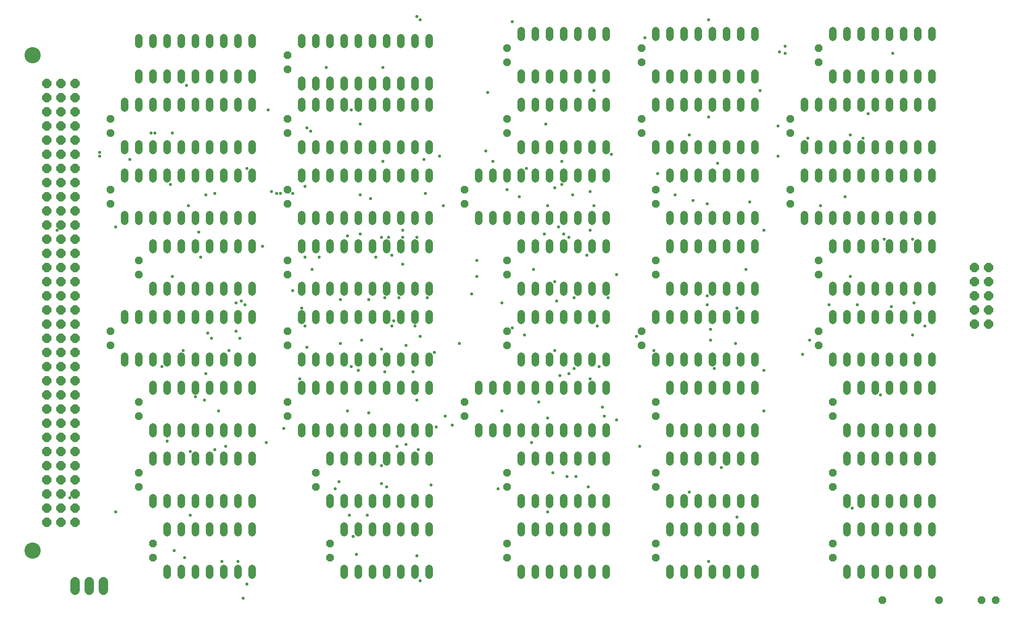
<source format=gbr>
G04 EAGLE Gerber RS-274X export*
G75*
%MOMM*%
%FSLAX34Y34*%
%LPD*%
%INSoldermask Top*%
%IPPOS*%
%AMOC8*
5,1,8,0,0,1.08239X$1,22.5*%
G01*
%ADD10C,1.346200*%
%ADD11P,1.457113X8X112.500000*%
%ADD12P,1.787026X8X292.500000*%
%ADD13P,1.787026X8X202.500000*%
%ADD14C,2.921000*%
%ADD15P,1.457113X8X202.500000*%
%ADD16P,1.457113X8X22.500000*%
%ADD17C,1.651000*%
%ADD18C,0.584200*%


D10*
X1168400Y717804D02*
X1168400Y729996D01*
X1193800Y729996D02*
X1193800Y717804D01*
X1320800Y717804D02*
X1320800Y729996D01*
X1320800Y794004D02*
X1320800Y806196D01*
X1219200Y729996D02*
X1219200Y717804D01*
X1244600Y717804D02*
X1244600Y729996D01*
X1295400Y729996D02*
X1295400Y717804D01*
X1270000Y717804D02*
X1270000Y729996D01*
X1295400Y794004D02*
X1295400Y806196D01*
X1270000Y806196D02*
X1270000Y794004D01*
X1244600Y794004D02*
X1244600Y806196D01*
X1219200Y806196D02*
X1219200Y794004D01*
X1193800Y794004D02*
X1193800Y806196D01*
X1168400Y806196D02*
X1168400Y794004D01*
X1168400Y602996D02*
X1168400Y590804D01*
X1193800Y590804D02*
X1193800Y602996D01*
X1320800Y602996D02*
X1320800Y590804D01*
X1320800Y667004D02*
X1320800Y679196D01*
X1219200Y602996D02*
X1219200Y590804D01*
X1244600Y590804D02*
X1244600Y602996D01*
X1295400Y602996D02*
X1295400Y590804D01*
X1270000Y590804D02*
X1270000Y602996D01*
X1295400Y667004D02*
X1295400Y679196D01*
X1270000Y679196D02*
X1270000Y667004D01*
X1244600Y667004D02*
X1244600Y679196D01*
X1219200Y679196D02*
X1219200Y667004D01*
X1193800Y667004D02*
X1193800Y679196D01*
X1168400Y679196D02*
X1168400Y667004D01*
X1409700Y717804D02*
X1409700Y729996D01*
X1435100Y729996D02*
X1435100Y717804D01*
X1562100Y717804D02*
X1562100Y729996D01*
X1587500Y729996D02*
X1587500Y717804D01*
X1460500Y717804D02*
X1460500Y729996D01*
X1485900Y729996D02*
X1485900Y717804D01*
X1536700Y717804D02*
X1536700Y729996D01*
X1511300Y729996D02*
X1511300Y717804D01*
X1612900Y717804D02*
X1612900Y729996D01*
X1638300Y729996D02*
X1638300Y717804D01*
X1638300Y794004D02*
X1638300Y806196D01*
X1612900Y806196D02*
X1612900Y794004D01*
X1587500Y794004D02*
X1587500Y806196D01*
X1562100Y806196D02*
X1562100Y794004D01*
X1536700Y794004D02*
X1536700Y806196D01*
X1511300Y806196D02*
X1511300Y794004D01*
X1485900Y794004D02*
X1485900Y806196D01*
X1460500Y806196D02*
X1460500Y794004D01*
X1435100Y794004D02*
X1435100Y806196D01*
X1409700Y806196D02*
X1409700Y794004D01*
X241300Y602996D02*
X241300Y590804D01*
X266700Y590804D02*
X266700Y602996D01*
X393700Y602996D02*
X393700Y590804D01*
X419100Y590804D02*
X419100Y602996D01*
X292100Y602996D02*
X292100Y590804D01*
X317500Y590804D02*
X317500Y602996D01*
X368300Y602996D02*
X368300Y590804D01*
X342900Y590804D02*
X342900Y602996D01*
X419100Y667004D02*
X419100Y679196D01*
X393700Y679196D02*
X393700Y667004D01*
X368300Y667004D02*
X368300Y679196D01*
X342900Y679196D02*
X342900Y667004D01*
X317500Y667004D02*
X317500Y679196D01*
X292100Y679196D02*
X292100Y667004D01*
X266700Y667004D02*
X266700Y679196D01*
X241300Y679196D02*
X241300Y667004D01*
X266700Y94996D02*
X266700Y82804D01*
X292100Y82804D02*
X292100Y94996D01*
X419100Y94996D02*
X419100Y82804D01*
X419100Y159004D02*
X419100Y171196D01*
X317500Y94996D02*
X317500Y82804D01*
X342900Y82804D02*
X342900Y94996D01*
X393700Y94996D02*
X393700Y82804D01*
X368300Y82804D02*
X368300Y94996D01*
X393700Y159004D02*
X393700Y171196D01*
X368300Y171196D02*
X368300Y159004D01*
X342900Y159004D02*
X342900Y171196D01*
X317500Y171196D02*
X317500Y159004D01*
X292100Y159004D02*
X292100Y171196D01*
X266700Y171196D02*
X266700Y159004D01*
X190500Y463804D02*
X190500Y475996D01*
X215900Y475996D02*
X215900Y463804D01*
X342900Y463804D02*
X342900Y475996D01*
X368300Y475996D02*
X368300Y463804D01*
X241300Y463804D02*
X241300Y475996D01*
X266700Y475996D02*
X266700Y463804D01*
X317500Y463804D02*
X317500Y475996D01*
X292100Y475996D02*
X292100Y463804D01*
X393700Y463804D02*
X393700Y475996D01*
X419100Y475996D02*
X419100Y463804D01*
X419100Y540004D02*
X419100Y552196D01*
X393700Y552196D02*
X393700Y540004D01*
X368300Y540004D02*
X368300Y552196D01*
X342900Y552196D02*
X342900Y540004D01*
X317500Y540004D02*
X317500Y552196D01*
X292100Y552196D02*
X292100Y540004D01*
X266700Y540004D02*
X266700Y552196D01*
X241300Y552196D02*
X241300Y540004D01*
X215900Y540004D02*
X215900Y552196D01*
X190500Y552196D02*
X190500Y540004D01*
X508000Y475996D02*
X508000Y463804D01*
X533400Y463804D02*
X533400Y475996D01*
X660400Y475996D02*
X660400Y463804D01*
X685800Y463804D02*
X685800Y475996D01*
X558800Y475996D02*
X558800Y463804D01*
X584200Y463804D02*
X584200Y475996D01*
X635000Y475996D02*
X635000Y463804D01*
X609600Y463804D02*
X609600Y475996D01*
X711200Y475996D02*
X711200Y463804D01*
X736600Y463804D02*
X736600Y475996D01*
X736600Y540004D02*
X736600Y552196D01*
X711200Y552196D02*
X711200Y540004D01*
X685800Y540004D02*
X685800Y552196D01*
X660400Y552196D02*
X660400Y540004D01*
X635000Y540004D02*
X635000Y552196D01*
X609600Y552196D02*
X609600Y540004D01*
X584200Y540004D02*
X584200Y552196D01*
X558800Y552196D02*
X558800Y540004D01*
X533400Y540004D02*
X533400Y552196D01*
X508000Y552196D02*
X508000Y540004D01*
X508000Y844804D02*
X508000Y856996D01*
X533400Y856996D02*
X533400Y844804D01*
X660400Y844804D02*
X660400Y856996D01*
X685800Y856996D02*
X685800Y844804D01*
X558800Y844804D02*
X558800Y856996D01*
X584200Y856996D02*
X584200Y844804D01*
X635000Y844804D02*
X635000Y856996D01*
X609600Y856996D02*
X609600Y844804D01*
X711200Y844804D02*
X711200Y856996D01*
X736600Y856996D02*
X736600Y844804D01*
X736600Y921004D02*
X736600Y933196D01*
X711200Y933196D02*
X711200Y921004D01*
X685800Y921004D02*
X685800Y933196D01*
X660400Y933196D02*
X660400Y921004D01*
X635000Y921004D02*
X635000Y933196D01*
X609600Y933196D02*
X609600Y921004D01*
X584200Y921004D02*
X584200Y933196D01*
X558800Y933196D02*
X558800Y921004D01*
X533400Y921004D02*
X533400Y933196D01*
X508000Y933196D02*
X508000Y921004D01*
X825500Y729996D02*
X825500Y717804D01*
X850900Y717804D02*
X850900Y729996D01*
X977900Y729996D02*
X977900Y717804D01*
X1003300Y717804D02*
X1003300Y729996D01*
X876300Y729996D02*
X876300Y717804D01*
X901700Y717804D02*
X901700Y729996D01*
X952500Y729996D02*
X952500Y717804D01*
X927100Y717804D02*
X927100Y729996D01*
X1028700Y729996D02*
X1028700Y717804D01*
X1054100Y717804D02*
X1054100Y729996D01*
X1054100Y794004D02*
X1054100Y806196D01*
X1028700Y806196D02*
X1028700Y794004D01*
X1003300Y794004D02*
X1003300Y806196D01*
X977900Y806196D02*
X977900Y794004D01*
X952500Y794004D02*
X952500Y806196D01*
X927100Y806196D02*
X927100Y794004D01*
X901700Y794004D02*
X901700Y806196D01*
X876300Y806196D02*
X876300Y794004D01*
X850900Y794004D02*
X850900Y806196D01*
X825500Y806196D02*
X825500Y794004D01*
X508000Y602996D02*
X508000Y590804D01*
X533400Y590804D02*
X533400Y602996D01*
X660400Y602996D02*
X660400Y590804D01*
X685800Y590804D02*
X685800Y602996D01*
X558800Y602996D02*
X558800Y590804D01*
X584200Y590804D02*
X584200Y602996D01*
X635000Y602996D02*
X635000Y590804D01*
X609600Y590804D02*
X609600Y602996D01*
X711200Y602996D02*
X711200Y590804D01*
X736600Y590804D02*
X736600Y602996D01*
X736600Y667004D02*
X736600Y679196D01*
X711200Y679196D02*
X711200Y667004D01*
X685800Y667004D02*
X685800Y679196D01*
X660400Y679196D02*
X660400Y667004D01*
X635000Y667004D02*
X635000Y679196D01*
X609600Y679196D02*
X609600Y667004D01*
X584200Y667004D02*
X584200Y679196D01*
X558800Y679196D02*
X558800Y667004D01*
X533400Y667004D02*
X533400Y679196D01*
X508000Y679196D02*
X508000Y667004D01*
X508000Y717804D02*
X508000Y729996D01*
X533400Y729996D02*
X533400Y717804D01*
X660400Y717804D02*
X660400Y729996D01*
X685800Y729996D02*
X685800Y717804D01*
X558800Y717804D02*
X558800Y729996D01*
X584200Y729996D02*
X584200Y717804D01*
X635000Y717804D02*
X635000Y729996D01*
X609600Y729996D02*
X609600Y717804D01*
X711200Y717804D02*
X711200Y729996D01*
X736600Y729996D02*
X736600Y717804D01*
X736600Y794004D02*
X736600Y806196D01*
X711200Y806196D02*
X711200Y794004D01*
X685800Y794004D02*
X685800Y806196D01*
X660400Y806196D02*
X660400Y794004D01*
X635000Y794004D02*
X635000Y806196D01*
X609600Y806196D02*
X609600Y794004D01*
X584200Y794004D02*
X584200Y806196D01*
X558800Y806196D02*
X558800Y794004D01*
X533400Y794004D02*
X533400Y806196D01*
X508000Y806196D02*
X508000Y794004D01*
X241300Y348996D02*
X241300Y336804D01*
X266700Y336804D02*
X266700Y348996D01*
X393700Y348996D02*
X393700Y336804D01*
X419100Y336804D02*
X419100Y348996D01*
X292100Y348996D02*
X292100Y336804D01*
X317500Y336804D02*
X317500Y348996D01*
X368300Y348996D02*
X368300Y336804D01*
X342900Y336804D02*
X342900Y348996D01*
X419100Y413004D02*
X419100Y425196D01*
X393700Y425196D02*
X393700Y413004D01*
X368300Y413004D02*
X368300Y425196D01*
X342900Y425196D02*
X342900Y413004D01*
X317500Y413004D02*
X317500Y425196D01*
X292100Y425196D02*
X292100Y413004D01*
X266700Y413004D02*
X266700Y425196D01*
X241300Y425196D02*
X241300Y413004D01*
X558800Y221996D02*
X558800Y209804D01*
X584200Y209804D02*
X584200Y221996D01*
X711200Y221996D02*
X711200Y209804D01*
X736600Y209804D02*
X736600Y221996D01*
X609600Y221996D02*
X609600Y209804D01*
X635000Y209804D02*
X635000Y221996D01*
X685800Y221996D02*
X685800Y209804D01*
X660400Y209804D02*
X660400Y221996D01*
X736600Y286004D02*
X736600Y298196D01*
X711200Y298196D02*
X711200Y286004D01*
X685800Y286004D02*
X685800Y298196D01*
X660400Y298196D02*
X660400Y286004D01*
X635000Y286004D02*
X635000Y298196D01*
X609600Y298196D02*
X609600Y286004D01*
X584200Y286004D02*
X584200Y298196D01*
X558800Y298196D02*
X558800Y286004D01*
X1168400Y221996D02*
X1168400Y209804D01*
X1193800Y209804D02*
X1193800Y221996D01*
X1320800Y221996D02*
X1320800Y209804D01*
X1320800Y286004D02*
X1320800Y298196D01*
X1219200Y221996D02*
X1219200Y209804D01*
X1244600Y209804D02*
X1244600Y221996D01*
X1295400Y221996D02*
X1295400Y209804D01*
X1270000Y209804D02*
X1270000Y221996D01*
X1295400Y286004D02*
X1295400Y298196D01*
X1270000Y298196D02*
X1270000Y286004D01*
X1244600Y286004D02*
X1244600Y298196D01*
X1219200Y298196D02*
X1219200Y286004D01*
X1193800Y286004D02*
X1193800Y298196D01*
X1168400Y298196D02*
X1168400Y286004D01*
X1485900Y94996D02*
X1485900Y82804D01*
X1511300Y82804D02*
X1511300Y94996D01*
X1638300Y94996D02*
X1638300Y82804D01*
X1638300Y159004D02*
X1638300Y171196D01*
X1536700Y94996D02*
X1536700Y82804D01*
X1562100Y82804D02*
X1562100Y94996D01*
X1612900Y94996D02*
X1612900Y82804D01*
X1587500Y82804D02*
X1587500Y94996D01*
X1612900Y159004D02*
X1612900Y171196D01*
X1587500Y171196D02*
X1587500Y159004D01*
X1562100Y159004D02*
X1562100Y171196D01*
X1536700Y171196D02*
X1536700Y159004D01*
X1511300Y159004D02*
X1511300Y171196D01*
X1485900Y171196D02*
X1485900Y159004D01*
X241300Y209804D02*
X241300Y221996D01*
X266700Y221996D02*
X266700Y209804D01*
X393700Y209804D02*
X393700Y221996D01*
X419100Y221996D02*
X419100Y209804D01*
X292100Y209804D02*
X292100Y221996D01*
X317500Y221996D02*
X317500Y209804D01*
X368300Y209804D02*
X368300Y221996D01*
X342900Y221996D02*
X342900Y209804D01*
X419100Y286004D02*
X419100Y298196D01*
X393700Y298196D02*
X393700Y286004D01*
X368300Y286004D02*
X368300Y298196D01*
X342900Y298196D02*
X342900Y286004D01*
X317500Y286004D02*
X317500Y298196D01*
X292100Y298196D02*
X292100Y286004D01*
X266700Y286004D02*
X266700Y298196D01*
X241300Y298196D02*
X241300Y286004D01*
X584200Y94996D02*
X584200Y82804D01*
X609600Y82804D02*
X609600Y94996D01*
X736600Y94996D02*
X736600Y82804D01*
X736600Y159004D02*
X736600Y171196D01*
X635000Y94996D02*
X635000Y82804D01*
X660400Y82804D02*
X660400Y94996D01*
X711200Y94996D02*
X711200Y82804D01*
X685800Y82804D02*
X685800Y94996D01*
X711200Y159004D02*
X711200Y171196D01*
X685800Y171196D02*
X685800Y159004D01*
X660400Y159004D02*
X660400Y171196D01*
X635000Y171196D02*
X635000Y159004D01*
X609600Y159004D02*
X609600Y171196D01*
X584200Y171196D02*
X584200Y159004D01*
X215900Y971804D02*
X215900Y983996D01*
X241300Y983996D02*
X241300Y971804D01*
X266700Y971804D02*
X266700Y983996D01*
X292100Y983996D02*
X292100Y971804D01*
X317500Y971804D02*
X317500Y983996D01*
X342900Y983996D02*
X342900Y971804D01*
X368300Y971804D02*
X368300Y983996D01*
X393700Y983996D02*
X393700Y971804D01*
X419100Y971804D02*
X419100Y983996D01*
X215900Y1035304D02*
X215900Y1047496D01*
X241300Y1047496D02*
X241300Y1035304D01*
X266700Y1035304D02*
X266700Y1047496D01*
X292100Y1047496D02*
X292100Y1035304D01*
X317500Y1035304D02*
X317500Y1047496D01*
X342900Y1047496D02*
X342900Y1035304D01*
X368300Y1035304D02*
X368300Y1047496D01*
X393700Y1047496D02*
X393700Y1035304D01*
X419100Y1035304D02*
X419100Y1047496D01*
X190500Y856996D02*
X190500Y844804D01*
X215900Y844804D02*
X215900Y856996D01*
X342900Y856996D02*
X342900Y844804D01*
X368300Y844804D02*
X368300Y856996D01*
X241300Y856996D02*
X241300Y844804D01*
X266700Y844804D02*
X266700Y856996D01*
X317500Y856996D02*
X317500Y844804D01*
X292100Y844804D02*
X292100Y856996D01*
X393700Y856996D02*
X393700Y844804D01*
X419100Y844804D02*
X419100Y856996D01*
X419100Y921004D02*
X419100Y933196D01*
X393700Y933196D02*
X393700Y921004D01*
X368300Y921004D02*
X368300Y933196D01*
X342900Y933196D02*
X342900Y921004D01*
X317500Y921004D02*
X317500Y933196D01*
X292100Y933196D02*
X292100Y921004D01*
X266700Y921004D02*
X266700Y933196D01*
X241300Y933196D02*
X241300Y921004D01*
X215900Y921004D02*
X215900Y933196D01*
X190500Y933196D02*
X190500Y921004D01*
X190500Y729996D02*
X190500Y717804D01*
X215900Y717804D02*
X215900Y729996D01*
X342900Y729996D02*
X342900Y717804D01*
X368300Y717804D02*
X368300Y729996D01*
X241300Y729996D02*
X241300Y717804D01*
X266700Y717804D02*
X266700Y729996D01*
X317500Y729996D02*
X317500Y717804D01*
X292100Y717804D02*
X292100Y729996D01*
X393700Y729996D02*
X393700Y717804D01*
X419100Y717804D02*
X419100Y729996D01*
X419100Y794004D02*
X419100Y806196D01*
X393700Y806196D02*
X393700Y794004D01*
X368300Y794004D02*
X368300Y806196D01*
X342900Y806196D02*
X342900Y794004D01*
X317500Y794004D02*
X317500Y806196D01*
X292100Y806196D02*
X292100Y794004D01*
X266700Y794004D02*
X266700Y806196D01*
X241300Y806196D02*
X241300Y794004D01*
X215900Y794004D02*
X215900Y806196D01*
X190500Y806196D02*
X190500Y794004D01*
X1143000Y844804D02*
X1143000Y856996D01*
X1168400Y856996D02*
X1168400Y844804D01*
X1295400Y844804D02*
X1295400Y856996D01*
X1320800Y856996D02*
X1320800Y844804D01*
X1193800Y844804D02*
X1193800Y856996D01*
X1219200Y856996D02*
X1219200Y844804D01*
X1270000Y844804D02*
X1270000Y856996D01*
X1244600Y856996D02*
X1244600Y844804D01*
X1320800Y921004D02*
X1320800Y933196D01*
X1295400Y933196D02*
X1295400Y921004D01*
X1270000Y921004D02*
X1270000Y933196D01*
X1244600Y933196D02*
X1244600Y921004D01*
X1219200Y921004D02*
X1219200Y933196D01*
X1193800Y933196D02*
X1193800Y921004D01*
X1168400Y921004D02*
X1168400Y933196D01*
X1143000Y933196D02*
X1143000Y921004D01*
X1143000Y475996D02*
X1143000Y463804D01*
X1168400Y463804D02*
X1168400Y475996D01*
X1295400Y475996D02*
X1295400Y463804D01*
X1320800Y463804D02*
X1320800Y475996D01*
X1193800Y475996D02*
X1193800Y463804D01*
X1219200Y463804D02*
X1219200Y475996D01*
X1270000Y475996D02*
X1270000Y463804D01*
X1244600Y463804D02*
X1244600Y475996D01*
X1320800Y540004D02*
X1320800Y552196D01*
X1295400Y552196D02*
X1295400Y540004D01*
X1270000Y540004D02*
X1270000Y552196D01*
X1244600Y552196D02*
X1244600Y540004D01*
X1219200Y540004D02*
X1219200Y552196D01*
X1193800Y552196D02*
X1193800Y540004D01*
X1168400Y540004D02*
X1168400Y552196D01*
X1143000Y552196D02*
X1143000Y540004D01*
X1143000Y971804D02*
X1143000Y983996D01*
X1168400Y983996D02*
X1168400Y971804D01*
X1295400Y971804D02*
X1295400Y983996D01*
X1320800Y983996D02*
X1320800Y971804D01*
X1193800Y971804D02*
X1193800Y983996D01*
X1219200Y983996D02*
X1219200Y971804D01*
X1270000Y971804D02*
X1270000Y983996D01*
X1244600Y983996D02*
X1244600Y971804D01*
X1320800Y1048004D02*
X1320800Y1060196D01*
X1295400Y1060196D02*
X1295400Y1048004D01*
X1270000Y1048004D02*
X1270000Y1060196D01*
X1244600Y1060196D02*
X1244600Y1048004D01*
X1219200Y1048004D02*
X1219200Y1060196D01*
X1193800Y1060196D02*
X1193800Y1048004D01*
X1168400Y1048004D02*
X1168400Y1060196D01*
X1143000Y1060196D02*
X1143000Y1048004D01*
X1460500Y602996D02*
X1460500Y590804D01*
X1485900Y590804D02*
X1485900Y602996D01*
X1612900Y602996D02*
X1612900Y590804D01*
X1638300Y590804D02*
X1638300Y602996D01*
X1511300Y602996D02*
X1511300Y590804D01*
X1536700Y590804D02*
X1536700Y602996D01*
X1587500Y602996D02*
X1587500Y590804D01*
X1562100Y590804D02*
X1562100Y602996D01*
X1638300Y667004D02*
X1638300Y679196D01*
X1612900Y679196D02*
X1612900Y667004D01*
X1587500Y667004D02*
X1587500Y679196D01*
X1562100Y679196D02*
X1562100Y667004D01*
X1536700Y667004D02*
X1536700Y679196D01*
X1511300Y679196D02*
X1511300Y667004D01*
X1485900Y667004D02*
X1485900Y679196D01*
X1460500Y679196D02*
X1460500Y667004D01*
X1409700Y844804D02*
X1409700Y856996D01*
X1435100Y856996D02*
X1435100Y844804D01*
X1562100Y844804D02*
X1562100Y856996D01*
X1587500Y856996D02*
X1587500Y844804D01*
X1460500Y844804D02*
X1460500Y856996D01*
X1485900Y856996D02*
X1485900Y844804D01*
X1536700Y844804D02*
X1536700Y856996D01*
X1511300Y856996D02*
X1511300Y844804D01*
X1612900Y844804D02*
X1612900Y856996D01*
X1638300Y856996D02*
X1638300Y844804D01*
X1638300Y921004D02*
X1638300Y933196D01*
X1612900Y933196D02*
X1612900Y921004D01*
X1587500Y921004D02*
X1587500Y933196D01*
X1562100Y933196D02*
X1562100Y921004D01*
X1536700Y921004D02*
X1536700Y933196D01*
X1511300Y933196D02*
X1511300Y921004D01*
X1485900Y921004D02*
X1485900Y933196D01*
X1460500Y933196D02*
X1460500Y921004D01*
X1435100Y921004D02*
X1435100Y933196D01*
X1409700Y933196D02*
X1409700Y921004D01*
X1460500Y971804D02*
X1460500Y983996D01*
X1485900Y983996D02*
X1485900Y971804D01*
X1612900Y971804D02*
X1612900Y983996D01*
X1638300Y983996D02*
X1638300Y971804D01*
X1511300Y971804D02*
X1511300Y983996D01*
X1536700Y983996D02*
X1536700Y971804D01*
X1587500Y971804D02*
X1587500Y983996D01*
X1562100Y983996D02*
X1562100Y971804D01*
X1638300Y1048004D02*
X1638300Y1060196D01*
X1612900Y1060196D02*
X1612900Y1048004D01*
X1587500Y1048004D02*
X1587500Y1060196D01*
X1562100Y1060196D02*
X1562100Y1048004D01*
X1536700Y1048004D02*
X1536700Y1060196D01*
X1511300Y1060196D02*
X1511300Y1048004D01*
X1485900Y1048004D02*
X1485900Y1060196D01*
X1460500Y1060196D02*
X1460500Y1048004D01*
D11*
X876300Y495300D03*
X876300Y520700D03*
X1143000Y114300D03*
X1143000Y139700D03*
X215900Y622300D03*
X215900Y647700D03*
X1384300Y876300D03*
X1384300Y901700D03*
X1117600Y495300D03*
X1117600Y520700D03*
X1143000Y368300D03*
X1143000Y393700D03*
X241300Y114300D03*
X241300Y139700D03*
X482600Y495300D03*
X482600Y520700D03*
X215900Y241300D03*
X215900Y266700D03*
X1117600Y876300D03*
X1117600Y901700D03*
X800100Y749300D03*
X800100Y774700D03*
X1460500Y368300D03*
X1460500Y393700D03*
X1435100Y1003300D03*
X1435100Y1028700D03*
X1117600Y1003300D03*
X1117600Y1028700D03*
X1460500Y241300D03*
X1460500Y266700D03*
X482600Y368300D03*
X482600Y393700D03*
X215900Y368300D03*
X215900Y393700D03*
X482600Y876300D03*
X482600Y901700D03*
X876300Y1003300D03*
X876300Y1028700D03*
X1143000Y241300D03*
X1143000Y266700D03*
X876300Y876300D03*
X876300Y901700D03*
X1460500Y114300D03*
X1460500Y139700D03*
X533400Y241300D03*
X533400Y266700D03*
X165100Y749300D03*
X165100Y774700D03*
X165100Y876300D03*
X165100Y901700D03*
X1384300Y749300D03*
X1384300Y774700D03*
X1435100Y622300D03*
X1435100Y647700D03*
X1143000Y749300D03*
X1143000Y774700D03*
X1143000Y622300D03*
X1143000Y647700D03*
X1435100Y495300D03*
X1435100Y520700D03*
X876300Y241300D03*
X876300Y266700D03*
X876300Y114300D03*
X876300Y139700D03*
X558800Y114300D03*
X558800Y139700D03*
X482600Y990600D03*
X482600Y1016000D03*
X876300Y622300D03*
X876300Y647700D03*
X165100Y495300D03*
X165100Y520700D03*
X800100Y368300D03*
X800100Y393700D03*
D10*
X901700Y221996D02*
X901700Y209804D01*
X927100Y209804D02*
X927100Y221996D01*
X1054100Y221996D02*
X1054100Y209804D01*
X1054100Y286004D02*
X1054100Y298196D01*
X952500Y221996D02*
X952500Y209804D01*
X977900Y209804D02*
X977900Y221996D01*
X1028700Y221996D02*
X1028700Y209804D01*
X1003300Y209804D02*
X1003300Y221996D01*
X1028700Y286004D02*
X1028700Y298196D01*
X1003300Y298196D02*
X1003300Y286004D01*
X977900Y286004D02*
X977900Y298196D01*
X952500Y298196D02*
X952500Y286004D01*
X927100Y286004D02*
X927100Y298196D01*
X901700Y298196D02*
X901700Y286004D01*
X901700Y94996D02*
X901700Y82804D01*
X927100Y82804D02*
X927100Y94996D01*
X1054100Y94996D02*
X1054100Y82804D01*
X1054100Y159004D02*
X1054100Y171196D01*
X952500Y94996D02*
X952500Y82804D01*
X977900Y82804D02*
X977900Y94996D01*
X1028700Y94996D02*
X1028700Y82804D01*
X1003300Y82804D02*
X1003300Y94996D01*
X1028700Y159004D02*
X1028700Y171196D01*
X1003300Y171196D02*
X1003300Y159004D01*
X977900Y159004D02*
X977900Y171196D01*
X952500Y171196D02*
X952500Y159004D01*
X927100Y159004D02*
X927100Y171196D01*
X901700Y171196D02*
X901700Y159004D01*
X901700Y844804D02*
X901700Y856996D01*
X927100Y856996D02*
X927100Y844804D01*
X1054100Y844804D02*
X1054100Y856996D01*
X1054100Y921004D02*
X1054100Y933196D01*
X952500Y856996D02*
X952500Y844804D01*
X977900Y844804D02*
X977900Y856996D01*
X1028700Y856996D02*
X1028700Y844804D01*
X1003300Y844804D02*
X1003300Y856996D01*
X1028700Y921004D02*
X1028700Y933196D01*
X1003300Y933196D02*
X1003300Y921004D01*
X977900Y921004D02*
X977900Y933196D01*
X952500Y933196D02*
X952500Y921004D01*
X927100Y921004D02*
X927100Y933196D01*
X901700Y933196D02*
X901700Y921004D01*
X508000Y348996D02*
X508000Y336804D01*
X533400Y336804D02*
X533400Y348996D01*
X660400Y348996D02*
X660400Y336804D01*
X685800Y336804D02*
X685800Y348996D01*
X558800Y348996D02*
X558800Y336804D01*
X584200Y336804D02*
X584200Y348996D01*
X635000Y348996D02*
X635000Y336804D01*
X609600Y336804D02*
X609600Y348996D01*
X711200Y348996D02*
X711200Y336804D01*
X736600Y336804D02*
X736600Y348996D01*
X736600Y413004D02*
X736600Y425196D01*
X711200Y425196D02*
X711200Y413004D01*
X685800Y413004D02*
X685800Y425196D01*
X660400Y425196D02*
X660400Y413004D01*
X635000Y413004D02*
X635000Y425196D01*
X609600Y425196D02*
X609600Y413004D01*
X584200Y413004D02*
X584200Y425196D01*
X558800Y425196D02*
X558800Y413004D01*
X533400Y413004D02*
X533400Y425196D01*
X508000Y425196D02*
X508000Y413004D01*
X825500Y348996D02*
X825500Y336804D01*
X850900Y336804D02*
X850900Y348996D01*
X977900Y348996D02*
X977900Y336804D01*
X1003300Y336804D02*
X1003300Y348996D01*
X876300Y348996D02*
X876300Y336804D01*
X901700Y336804D02*
X901700Y348996D01*
X952500Y348996D02*
X952500Y336804D01*
X927100Y336804D02*
X927100Y348996D01*
X1028700Y348996D02*
X1028700Y336804D01*
X1054100Y336804D02*
X1054100Y348996D01*
X1054100Y413004D02*
X1054100Y425196D01*
X1028700Y425196D02*
X1028700Y413004D01*
X1003300Y413004D02*
X1003300Y425196D01*
X977900Y425196D02*
X977900Y413004D01*
X952500Y413004D02*
X952500Y425196D01*
X927100Y425196D02*
X927100Y413004D01*
X901700Y413004D02*
X901700Y425196D01*
X876300Y425196D02*
X876300Y413004D01*
X850900Y413004D02*
X850900Y425196D01*
X825500Y425196D02*
X825500Y413004D01*
X508000Y959104D02*
X508000Y971296D01*
X533400Y971296D02*
X533400Y959104D01*
X660400Y959104D02*
X660400Y971296D01*
X685800Y971296D02*
X685800Y959104D01*
X558800Y959104D02*
X558800Y971296D01*
X584200Y971296D02*
X584200Y959104D01*
X635000Y959104D02*
X635000Y971296D01*
X609600Y971296D02*
X609600Y959104D01*
X711200Y959104D02*
X711200Y971296D01*
X736600Y971296D02*
X736600Y959104D01*
X736600Y1035304D02*
X736600Y1047496D01*
X711200Y1047496D02*
X711200Y1035304D01*
X685800Y1035304D02*
X685800Y1047496D01*
X660400Y1047496D02*
X660400Y1035304D01*
X635000Y1035304D02*
X635000Y1047496D01*
X609600Y1047496D02*
X609600Y1035304D01*
X584200Y1035304D02*
X584200Y1047496D01*
X558800Y1047496D02*
X558800Y1035304D01*
X533400Y1035304D02*
X533400Y1047496D01*
X508000Y1047496D02*
X508000Y1035304D01*
X901700Y602996D02*
X901700Y590804D01*
X927100Y590804D02*
X927100Y602996D01*
X1054100Y602996D02*
X1054100Y590804D01*
X1054100Y667004D02*
X1054100Y679196D01*
X952500Y602996D02*
X952500Y590804D01*
X977900Y590804D02*
X977900Y602996D01*
X1028700Y602996D02*
X1028700Y590804D01*
X1003300Y590804D02*
X1003300Y602996D01*
X1028700Y667004D02*
X1028700Y679196D01*
X1003300Y679196D02*
X1003300Y667004D01*
X977900Y667004D02*
X977900Y679196D01*
X952500Y679196D02*
X952500Y667004D01*
X927100Y667004D02*
X927100Y679196D01*
X901700Y679196D02*
X901700Y667004D01*
X901700Y475996D02*
X901700Y463804D01*
X927100Y463804D02*
X927100Y475996D01*
X1054100Y475996D02*
X1054100Y463804D01*
X1054100Y540004D02*
X1054100Y552196D01*
X952500Y475996D02*
X952500Y463804D01*
X977900Y463804D02*
X977900Y475996D01*
X1028700Y475996D02*
X1028700Y463804D01*
X1003300Y463804D02*
X1003300Y475996D01*
X1028700Y540004D02*
X1028700Y552196D01*
X1003300Y552196D02*
X1003300Y540004D01*
X977900Y540004D02*
X977900Y552196D01*
X952500Y552196D02*
X952500Y540004D01*
X927100Y540004D02*
X927100Y552196D01*
X901700Y552196D02*
X901700Y540004D01*
X901700Y971804D02*
X901700Y983996D01*
X927100Y983996D02*
X927100Y971804D01*
X1054100Y971804D02*
X1054100Y983996D01*
X1054100Y1048004D02*
X1054100Y1060196D01*
X952500Y983996D02*
X952500Y971804D01*
X977900Y971804D02*
X977900Y983996D01*
X1028700Y983996D02*
X1028700Y971804D01*
X1003300Y971804D02*
X1003300Y983996D01*
X1028700Y1048004D02*
X1028700Y1060196D01*
X1003300Y1060196D02*
X1003300Y1048004D01*
X977900Y1048004D02*
X977900Y1060196D01*
X952500Y1060196D02*
X952500Y1048004D01*
X927100Y1048004D02*
X927100Y1060196D01*
X901700Y1060196D02*
X901700Y1048004D01*
X1485900Y221996D02*
X1485900Y209804D01*
X1511300Y209804D02*
X1511300Y221996D01*
X1638300Y221996D02*
X1638300Y209804D01*
X1638300Y286004D02*
X1638300Y298196D01*
X1536700Y221996D02*
X1536700Y209804D01*
X1562100Y209804D02*
X1562100Y221996D01*
X1612900Y221996D02*
X1612900Y209804D01*
X1587500Y209804D02*
X1587500Y221996D01*
X1612900Y286004D02*
X1612900Y298196D01*
X1587500Y298196D02*
X1587500Y286004D01*
X1562100Y286004D02*
X1562100Y298196D01*
X1536700Y298196D02*
X1536700Y286004D01*
X1511300Y286004D02*
X1511300Y298196D01*
X1485900Y298196D02*
X1485900Y286004D01*
X1485900Y336804D02*
X1485900Y348996D01*
X1511300Y348996D02*
X1511300Y336804D01*
X1638300Y336804D02*
X1638300Y348996D01*
X1638300Y413004D02*
X1638300Y425196D01*
X1536700Y348996D02*
X1536700Y336804D01*
X1562100Y336804D02*
X1562100Y348996D01*
X1612900Y348996D02*
X1612900Y336804D01*
X1587500Y336804D02*
X1587500Y348996D01*
X1612900Y413004D02*
X1612900Y425196D01*
X1587500Y425196D02*
X1587500Y413004D01*
X1562100Y413004D02*
X1562100Y425196D01*
X1536700Y425196D02*
X1536700Y413004D01*
X1511300Y413004D02*
X1511300Y425196D01*
X1485900Y425196D02*
X1485900Y413004D01*
X1168400Y348996D02*
X1168400Y336804D01*
X1193800Y336804D02*
X1193800Y348996D01*
X1320800Y348996D02*
X1320800Y336804D01*
X1320800Y413004D02*
X1320800Y425196D01*
X1219200Y348996D02*
X1219200Y336804D01*
X1244600Y336804D02*
X1244600Y348996D01*
X1295400Y348996D02*
X1295400Y336804D01*
X1270000Y336804D02*
X1270000Y348996D01*
X1295400Y413004D02*
X1295400Y425196D01*
X1270000Y425196D02*
X1270000Y413004D01*
X1244600Y413004D02*
X1244600Y425196D01*
X1219200Y425196D02*
X1219200Y413004D01*
X1193800Y413004D02*
X1193800Y425196D01*
X1168400Y425196D02*
X1168400Y413004D01*
X1168400Y94996D02*
X1168400Y82804D01*
X1193800Y82804D02*
X1193800Y94996D01*
X1320800Y94996D02*
X1320800Y82804D01*
X1320800Y159004D02*
X1320800Y171196D01*
X1219200Y94996D02*
X1219200Y82804D01*
X1244600Y82804D02*
X1244600Y94996D01*
X1295400Y94996D02*
X1295400Y82804D01*
X1270000Y82804D02*
X1270000Y94996D01*
X1295400Y159004D02*
X1295400Y171196D01*
X1270000Y171196D02*
X1270000Y159004D01*
X1244600Y159004D02*
X1244600Y171196D01*
X1219200Y171196D02*
X1219200Y159004D01*
X1193800Y159004D02*
X1193800Y171196D01*
X1168400Y171196D02*
X1168400Y159004D01*
X1460500Y463804D02*
X1460500Y475996D01*
X1485900Y475996D02*
X1485900Y463804D01*
X1612900Y463804D02*
X1612900Y475996D01*
X1638300Y475996D02*
X1638300Y463804D01*
X1511300Y463804D02*
X1511300Y475996D01*
X1536700Y475996D02*
X1536700Y463804D01*
X1587500Y463804D02*
X1587500Y475996D01*
X1562100Y475996D02*
X1562100Y463804D01*
X1638300Y540004D02*
X1638300Y552196D01*
X1612900Y552196D02*
X1612900Y540004D01*
X1587500Y540004D02*
X1587500Y552196D01*
X1562100Y552196D02*
X1562100Y540004D01*
X1536700Y540004D02*
X1536700Y552196D01*
X1511300Y552196D02*
X1511300Y540004D01*
X1485900Y540004D02*
X1485900Y552196D01*
X1460500Y552196D02*
X1460500Y540004D01*
D11*
X482600Y749300D03*
X482600Y774700D03*
X482600Y622300D03*
X482600Y647700D03*
D12*
X1714500Y635000D03*
X1714500Y609600D03*
X1714500Y584200D03*
X1714500Y558800D03*
X1714500Y533400D03*
X1739900Y635000D03*
X1739900Y609600D03*
X1739900Y584200D03*
X1739900Y558800D03*
X1739900Y533400D03*
D13*
X50800Y177800D03*
X50800Y203200D03*
X50800Y228600D03*
X50800Y254000D03*
X50800Y279400D03*
X50800Y304800D03*
X50800Y330200D03*
X50800Y355600D03*
X50800Y381000D03*
X50800Y406400D03*
X50800Y431800D03*
X50800Y457200D03*
X50800Y482600D03*
X50800Y508000D03*
X50800Y533400D03*
X50800Y558800D03*
X76200Y177800D03*
X76200Y203200D03*
X76200Y228600D03*
X76200Y254000D03*
X76200Y279400D03*
X76200Y304800D03*
X76200Y330200D03*
X76200Y355600D03*
X76200Y381000D03*
X76200Y406400D03*
X76200Y431800D03*
X76200Y457200D03*
X76200Y482600D03*
X76200Y508000D03*
X76200Y533400D03*
X76200Y558800D03*
X101600Y177800D03*
X101600Y203200D03*
X101600Y228600D03*
X101600Y254000D03*
X101600Y279400D03*
X101600Y304800D03*
X101600Y330200D03*
X101600Y355600D03*
X101600Y381000D03*
X101600Y406400D03*
X101600Y431800D03*
X101600Y457200D03*
X101600Y482600D03*
X101600Y508000D03*
X101600Y533400D03*
X101600Y558800D03*
X50800Y584200D03*
X50800Y609600D03*
X50800Y635000D03*
X50800Y660400D03*
X50800Y685800D03*
X50800Y711200D03*
X50800Y736600D03*
X50800Y762000D03*
X50800Y787400D03*
X50800Y812800D03*
X50800Y838200D03*
X50800Y863600D03*
X50800Y889000D03*
X50800Y914400D03*
X50800Y939800D03*
X50800Y965200D03*
X76200Y584200D03*
X76200Y609600D03*
X76200Y635000D03*
X76200Y660400D03*
X76200Y685800D03*
X76200Y711200D03*
X76200Y736600D03*
X76200Y762000D03*
X76200Y787400D03*
X76200Y812800D03*
X76200Y838200D03*
X76200Y863600D03*
X76200Y889000D03*
X76200Y914400D03*
X76200Y939800D03*
X76200Y965200D03*
X101600Y584200D03*
X101600Y609600D03*
X101600Y635000D03*
X101600Y660400D03*
X101600Y685800D03*
X101600Y711200D03*
X101600Y736600D03*
X101600Y762000D03*
X101600Y787400D03*
X101600Y812800D03*
X101600Y838200D03*
X101600Y863600D03*
X101600Y889000D03*
X101600Y914400D03*
X101600Y939800D03*
X101600Y965200D03*
D14*
X25400Y1016064D03*
X25400Y126936D03*
D15*
X1752600Y38100D03*
X1727200Y38100D03*
D16*
X1549400Y38100D03*
X1651000Y38100D03*
D17*
X101600Y55880D02*
X101600Y71120D01*
X127000Y71120D02*
X127000Y55880D01*
X152400Y55880D02*
X152400Y71120D01*
D18*
X508000Y561975D03*
X539750Y654050D03*
X1374775Y1019175D03*
X1123950Y1047750D03*
X596900Y457200D03*
X295275Y485775D03*
X590550Y692150D03*
X1330325Y952500D03*
X657225Y447675D03*
X339725Y517525D03*
X615950Y504825D03*
X641350Y654050D03*
X1238250Y1079500D03*
X714375Y1085850D03*
X673100Y539750D03*
X708025Y447675D03*
X714375Y396875D03*
X688975Y688975D03*
X1438275Y746125D03*
X1419225Y504825D03*
X396875Y508000D03*
X720725Y511175D03*
X733425Y581025D03*
X1022350Y241300D03*
X739775Y244475D03*
X1603375Y685800D03*
X1019175Y657225D03*
X346075Y508000D03*
X682625Y581025D03*
X650875Y688975D03*
X1546225Y406400D03*
X669925Y530225D03*
X609600Y450850D03*
X628650Y577850D03*
X920750Y320675D03*
X654050Y993775D03*
X577850Y498475D03*
X577850Y577850D03*
X612775Y892175D03*
X504825Y434975D03*
X971550Y441325D03*
X968375Y708025D03*
X1492250Y619125D03*
X958850Y266700D03*
X688975Y701675D03*
X942975Y695325D03*
X1025525Y701675D03*
X1031875Y746125D03*
X962025Y777875D03*
X1304925Y631825D03*
X962025Y609600D03*
X730250Y768350D03*
X962025Y485775D03*
X911225Y812800D03*
X695325Y495300D03*
X1241425Y504825D03*
X1235075Y584200D03*
X568325Y238125D03*
X949325Y196850D03*
X876300Y774700D03*
X1025525Y771525D03*
X1057275Y581025D03*
X365125Y107950D03*
X400050Y574675D03*
X492125Y768350D03*
X492125Y593725D03*
X517525Y885825D03*
X317500Y403225D03*
X273050Y784225D03*
X336550Y765175D03*
X993775Y765175D03*
X257175Y457200D03*
X657225Y581025D03*
X996950Y581025D03*
X276225Y876300D03*
X654050Y825500D03*
X333375Y396875D03*
X688975Y641350D03*
X1238250Y904875D03*
X946150Y892175D03*
X327025Y654050D03*
X393700Y107950D03*
X714375Y688975D03*
X711200Y530225D03*
X1235075Y568325D03*
X720725Y1079500D03*
X720725Y73025D03*
X663575Y688975D03*
X987425Y444500D03*
X650875Y488950D03*
X885825Y1076325D03*
X377825Y485775D03*
X612775Y695325D03*
X596900Y917575D03*
X1139825Y485775D03*
X625475Y190500D03*
X1041400Y457200D03*
X552450Y993775D03*
X1241425Y523875D03*
X593725Y190500D03*
X885825Y527050D03*
X822325Y647700D03*
X1203325Y873125D03*
X1247775Y454025D03*
X1289050Y561975D03*
X1416050Y866775D03*
X1146175Y803275D03*
X1482725Y762000D03*
X1209675Y755650D03*
X1311275Y752475D03*
X1625600Y530225D03*
X1235075Y749300D03*
X1504950Y568325D03*
X1454150Y568325D03*
X923925Y631825D03*
X933450Y393700D03*
X727075Y828675D03*
X746125Y482600D03*
X755650Y835025D03*
X974725Y825500D03*
X838200Y844550D03*
X898525Y762000D03*
X612775Y765175D03*
X850900Y825500D03*
X304800Y746125D03*
X631825Y758825D03*
X949325Y746125D03*
X1031875Y952500D03*
X1000125Y260350D03*
X1565275Y565150D03*
X987425Y688975D03*
X1552575Y685800D03*
X974725Y784225D03*
X984250Y260350D03*
X866775Y571500D03*
X841375Y949325D03*
X977900Y695325D03*
X669925Y657225D03*
X628650Y374650D03*
X590550Y377825D03*
X476250Y346075D03*
X352425Y307975D03*
X266700Y323850D03*
X1606550Y571500D03*
X1336675Y701675D03*
X765175Y368300D03*
X790575Y498475D03*
X390525Y520700D03*
X1603375Y514350D03*
X1568450Y1019175D03*
X276225Y619125D03*
X390525Y571500D03*
X301625Y962025D03*
X822325Y619125D03*
X866775Y377825D03*
X323850Y698500D03*
X762000Y746125D03*
X336550Y444500D03*
X438150Y673100D03*
X447675Y917575D03*
X406400Y568325D03*
X1406525Y479425D03*
X514350Y654050D03*
X660400Y241300D03*
X298450Y114300D03*
X454025Y771525D03*
X463550Y768350D03*
X606425Y120650D03*
X695325Y317500D03*
X444500Y320675D03*
X679450Y314325D03*
X371475Y314325D03*
X469900Y768350D03*
X650875Y247650D03*
X1260475Y276225D03*
X307975Y190500D03*
X1289050Y187325D03*
X1203325Y231775D03*
X146050Y835025D03*
X352425Y768350D03*
X146050Y841375D03*
X200025Y828675D03*
X238125Y876300D03*
X244475Y876300D03*
X174625Y708025D03*
X307975Y304800D03*
X358775Y377825D03*
X69850Y701675D03*
X1492250Y873125D03*
X1524000Y911225D03*
X1365250Y1022350D03*
X1374775Y1031875D03*
X1514475Y866775D03*
X409575Y812800D03*
X1254125Y822325D03*
X1336675Y450850D03*
X777875Y352425D03*
X749300Y349250D03*
X860425Y238125D03*
X650875Y279400D03*
X717550Y307975D03*
X714375Y117475D03*
X1047750Y384175D03*
X600075Y152400D03*
X812800Y587375D03*
X949325Y365125D03*
X965200Y574675D03*
X1050925Y368300D03*
X1073150Y361950D03*
X1073150Y622300D03*
X1038225Y530225D03*
X996950Y454025D03*
X1025525Y434975D03*
X908050Y514350D03*
X523875Y879475D03*
X1063625Y838200D03*
X1495425Y203200D03*
X1362075Y835025D03*
X1114425Y314325D03*
X1336675Y377825D03*
X1238250Y107950D03*
X1362075Y889000D03*
X514350Y781050D03*
X514350Y530225D03*
X1108075Y511175D03*
X517525Y492125D03*
X527050Y631825D03*
X92075Y222250D03*
X409575Y66675D03*
X574675Y250825D03*
X1177925Y765175D03*
X1285875Y498475D03*
X174625Y196850D03*
X279400Y127000D03*
X403225Y41275D03*
M02*

</source>
